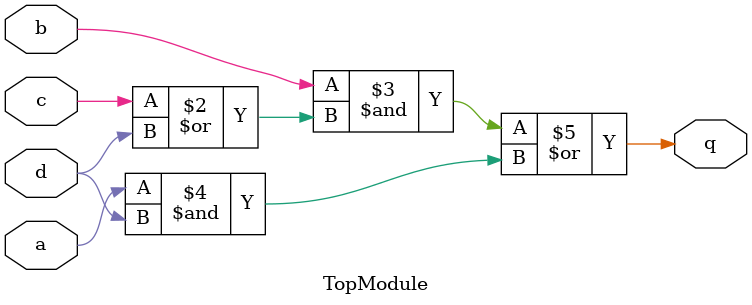
<source format=sv>
module TopModule (
    input logic a,
    input logic b,
    input logic c,
    input logic d,
    output logic q
);

    always @(*) begin
        q = (b & (c | d)) | (a & d);
    end

endmodule
</source>
